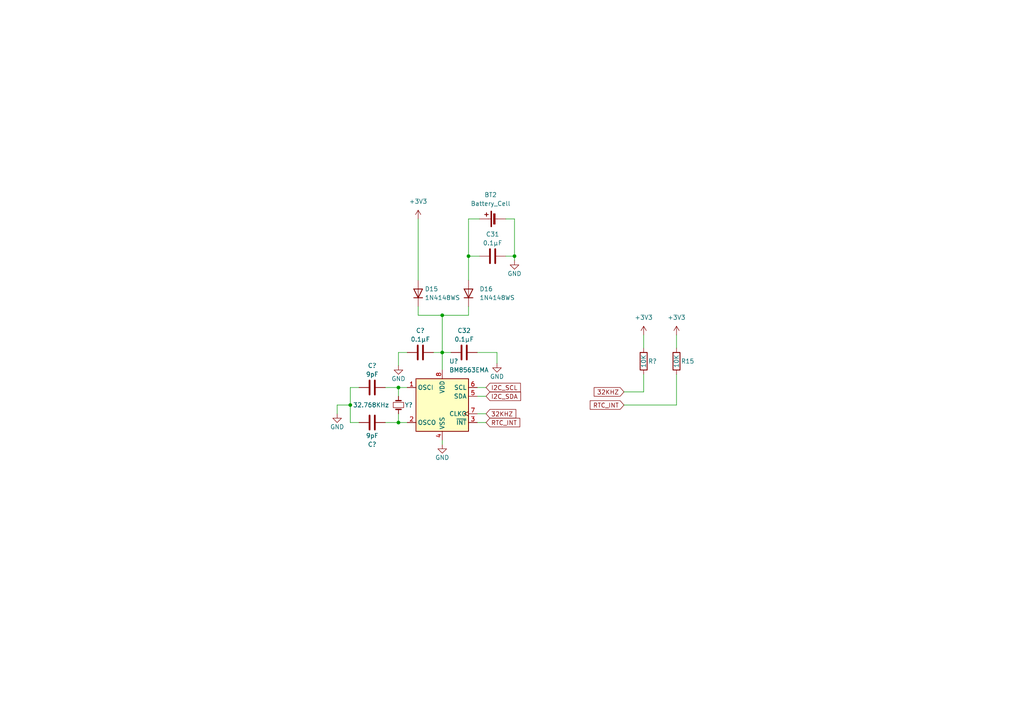
<source format=kicad_sch>
(kicad_sch (version 20230121) (generator eeschema)

  (uuid 9c9b9bcf-55c2-4f24-974f-d66c7d619c9f)

  (paper "A4")

  (title_block
    (title "ChronoVolt_Control")
    (date "2023-10-08")
    (rev "0.3")
    (company "Final Resolution")
  )

  (lib_symbols
    (symbol "Device:Battery_Cell" (pin_numbers hide) (pin_names (offset 0) hide) (in_bom yes) (on_board yes)
      (property "Reference" "BT" (at 2.54 2.54 0)
        (effects (font (size 1.27 1.27)) (justify left))
      )
      (property "Value" "Battery_Cell" (at 2.54 0 0)
        (effects (font (size 1.27 1.27)) (justify left))
      )
      (property "Footprint" "" (at 0 1.524 90)
        (effects (font (size 1.27 1.27)) hide)
      )
      (property "Datasheet" "~" (at 0 1.524 90)
        (effects (font (size 1.27 1.27)) hide)
      )
      (property "ki_keywords" "battery cell" (at 0 0 0)
        (effects (font (size 1.27 1.27)) hide)
      )
      (property "ki_description" "Single-cell battery" (at 0 0 0)
        (effects (font (size 1.27 1.27)) hide)
      )
      (symbol "Battery_Cell_0_1"
        (rectangle (start -2.286 1.778) (end 2.286 1.524)
          (stroke (width 0) (type default))
          (fill (type outline))
        )
        (rectangle (start -1.524 1.016) (end 1.524 0.508)
          (stroke (width 0) (type default))
          (fill (type outline))
        )
        (polyline
          (pts
            (xy 0 0.762)
            (xy 0 0)
          )
          (stroke (width 0) (type default))
          (fill (type none))
        )
        (polyline
          (pts
            (xy 0 1.778)
            (xy 0 2.54)
          )
          (stroke (width 0) (type default))
          (fill (type none))
        )
        (polyline
          (pts
            (xy 0.762 3.048)
            (xy 1.778 3.048)
          )
          (stroke (width 0.254) (type default))
          (fill (type none))
        )
        (polyline
          (pts
            (xy 1.27 3.556)
            (xy 1.27 2.54)
          )
          (stroke (width 0.254) (type default))
          (fill (type none))
        )
      )
      (symbol "Battery_Cell_1_1"
        (pin passive line (at 0 5.08 270) (length 2.54)
          (name "+" (effects (font (size 1.27 1.27))))
          (number "1" (effects (font (size 1.27 1.27))))
        )
        (pin passive line (at 0 -2.54 90) (length 2.54)
          (name "-" (effects (font (size 1.27 1.27))))
          (number "2" (effects (font (size 1.27 1.27))))
        )
      )
    )
    (symbol "Device:C" (pin_numbers hide) (pin_names (offset 0.254)) (in_bom yes) (on_board yes)
      (property "Reference" "C" (at 0.635 2.54 0)
        (effects (font (size 1.27 1.27)) (justify left))
      )
      (property "Value" "C" (at 0.635 -2.54 0)
        (effects (font (size 1.27 1.27)) (justify left))
      )
      (property "Footprint" "" (at 0.9652 -3.81 0)
        (effects (font (size 1.27 1.27)) hide)
      )
      (property "Datasheet" "~" (at 0 0 0)
        (effects (font (size 1.27 1.27)) hide)
      )
      (property "ki_keywords" "cap capacitor" (at 0 0 0)
        (effects (font (size 1.27 1.27)) hide)
      )
      (property "ki_description" "Unpolarized capacitor" (at 0 0 0)
        (effects (font (size 1.27 1.27)) hide)
      )
      (property "ki_fp_filters" "C_*" (at 0 0 0)
        (effects (font (size 1.27 1.27)) hide)
      )
      (symbol "C_0_1"
        (polyline
          (pts
            (xy -2.032 -0.762)
            (xy 2.032 -0.762)
          )
          (stroke (width 0.508) (type default))
          (fill (type none))
        )
        (polyline
          (pts
            (xy -2.032 0.762)
            (xy 2.032 0.762)
          )
          (stroke (width 0.508) (type default))
          (fill (type none))
        )
      )
      (symbol "C_1_1"
        (pin passive line (at 0 3.81 270) (length 2.794)
          (name "~" (effects (font (size 1.27 1.27))))
          (number "1" (effects (font (size 1.27 1.27))))
        )
        (pin passive line (at 0 -3.81 90) (length 2.794)
          (name "~" (effects (font (size 1.27 1.27))))
          (number "2" (effects (font (size 1.27 1.27))))
        )
      )
    )
    (symbol "Device:Crystal_Small" (pin_numbers hide) (pin_names (offset 1.016) hide) (in_bom yes) (on_board yes)
      (property "Reference" "Y" (at 0 2.54 0)
        (effects (font (size 1.27 1.27)))
      )
      (property "Value" "Crystal_Small" (at 0 -2.54 0)
        (effects (font (size 1.27 1.27)))
      )
      (property "Footprint" "" (at 0 0 0)
        (effects (font (size 1.27 1.27)) hide)
      )
      (property "Datasheet" "~" (at 0 0 0)
        (effects (font (size 1.27 1.27)) hide)
      )
      (property "ki_keywords" "quartz ceramic resonator oscillator" (at 0 0 0)
        (effects (font (size 1.27 1.27)) hide)
      )
      (property "ki_description" "Two pin crystal, small symbol" (at 0 0 0)
        (effects (font (size 1.27 1.27)) hide)
      )
      (property "ki_fp_filters" "Crystal*" (at 0 0 0)
        (effects (font (size 1.27 1.27)) hide)
      )
      (symbol "Crystal_Small_0_1"
        (rectangle (start -0.762 -1.524) (end 0.762 1.524)
          (stroke (width 0) (type default))
          (fill (type none))
        )
        (polyline
          (pts
            (xy -1.27 -0.762)
            (xy -1.27 0.762)
          )
          (stroke (width 0.381) (type default))
          (fill (type none))
        )
        (polyline
          (pts
            (xy 1.27 -0.762)
            (xy 1.27 0.762)
          )
          (stroke (width 0.381) (type default))
          (fill (type none))
        )
      )
      (symbol "Crystal_Small_1_1"
        (pin passive line (at -2.54 0 0) (length 1.27)
          (name "1" (effects (font (size 1.27 1.27))))
          (number "1" (effects (font (size 1.27 1.27))))
        )
        (pin passive line (at 2.54 0 180) (length 1.27)
          (name "2" (effects (font (size 1.27 1.27))))
          (number "2" (effects (font (size 1.27 1.27))))
        )
      )
    )
    (symbol "Device:R" (pin_numbers hide) (pin_names (offset 0)) (in_bom yes) (on_board yes)
      (property "Reference" "R" (at 2.032 0 90)
        (effects (font (size 1.27 1.27)))
      )
      (property "Value" "R" (at 0 0 90)
        (effects (font (size 1.27 1.27)))
      )
      (property "Footprint" "" (at -1.778 0 90)
        (effects (font (size 1.27 1.27)) hide)
      )
      (property "Datasheet" "~" (at 0 0 0)
        (effects (font (size 1.27 1.27)) hide)
      )
      (property "ki_keywords" "R res resistor" (at 0 0 0)
        (effects (font (size 1.27 1.27)) hide)
      )
      (property "ki_description" "Resistor" (at 0 0 0)
        (effects (font (size 1.27 1.27)) hide)
      )
      (property "ki_fp_filters" "R_*" (at 0 0 0)
        (effects (font (size 1.27 1.27)) hide)
      )
      (symbol "R_0_1"
        (rectangle (start -1.016 -2.54) (end 1.016 2.54)
          (stroke (width 0.254) (type default))
          (fill (type none))
        )
      )
      (symbol "R_1_1"
        (pin passive line (at 0 3.81 270) (length 1.27)
          (name "~" (effects (font (size 1.27 1.27))))
          (number "1" (effects (font (size 1.27 1.27))))
        )
        (pin passive line (at 0 -3.81 90) (length 1.27)
          (name "~" (effects (font (size 1.27 1.27))))
          (number "2" (effects (font (size 1.27 1.27))))
        )
      )
    )
    (symbol "Diode:1N4148WS" (pin_numbers hide) (pin_names hide) (in_bom yes) (on_board yes)
      (property "Reference" "D" (at 0 2.54 0)
        (effects (font (size 1.27 1.27)))
      )
      (property "Value" "1N4148WS" (at 0 -2.54 0)
        (effects (font (size 1.27 1.27)))
      )
      (property "Footprint" "Diode_SMD:D_SOD-323" (at 0 -4.445 0)
        (effects (font (size 1.27 1.27)) hide)
      )
      (property "Datasheet" "https://www.vishay.com/docs/85751/1n4148ws.pdf" (at 0 0 0)
        (effects (font (size 1.27 1.27)) hide)
      )
      (property "Sim.Device" "D" (at 0 0 0)
        (effects (font (size 1.27 1.27)) hide)
      )
      (property "Sim.Pins" "1=K 2=A" (at 0 0 0)
        (effects (font (size 1.27 1.27)) hide)
      )
      (property "ki_keywords" "diode" (at 0 0 0)
        (effects (font (size 1.27 1.27)) hide)
      )
      (property "ki_description" "75V 0.15A Fast switching Diode, SOD-323" (at 0 0 0)
        (effects (font (size 1.27 1.27)) hide)
      )
      (property "ki_fp_filters" "D*SOD?323*" (at 0 0 0)
        (effects (font (size 1.27 1.27)) hide)
      )
      (symbol "1N4148WS_0_1"
        (polyline
          (pts
            (xy -1.27 1.27)
            (xy -1.27 -1.27)
          )
          (stroke (width 0.254) (type default))
          (fill (type none))
        )
        (polyline
          (pts
            (xy 1.27 0)
            (xy -1.27 0)
          )
          (stroke (width 0) (type default))
          (fill (type none))
        )
        (polyline
          (pts
            (xy 1.27 1.27)
            (xy 1.27 -1.27)
            (xy -1.27 0)
            (xy 1.27 1.27)
          )
          (stroke (width 0.254) (type default))
          (fill (type none))
        )
      )
      (symbol "1N4148WS_1_1"
        (pin passive line (at -3.81 0 0) (length 2.54)
          (name "K" (effects (font (size 1.27 1.27))))
          (number "1" (effects (font (size 1.27 1.27))))
        )
        (pin passive line (at 3.81 0 180) (length 2.54)
          (name "A" (effects (font (size 1.27 1.27))))
          (number "2" (effects (font (size 1.27 1.27))))
        )
      )
    )
    (symbol "Timer_RTC:PCF8563T" (in_bom yes) (on_board yes)
      (property "Reference" "U" (at -7.62 8.89 0)
        (effects (font (size 1.27 1.27)) (justify left))
      )
      (property "Value" "PCF8563T" (at 2.54 8.89 0)
        (effects (font (size 1.27 1.27)) (justify left))
      )
      (property "Footprint" "Package_SO:SOIC-8_3.9x4.9mm_P1.27mm" (at 0 0 0)
        (effects (font (size 1.27 1.27)) hide)
      )
      (property "Datasheet" "https://www.nxp.com/docs/en/data-sheet/PCF8563.pdf" (at 0 0 0)
        (effects (font (size 1.27 1.27)) hide)
      )
      (property "ki_keywords" "I2C RTC Clock Calendar" (at 0 0 0)
        (effects (font (size 1.27 1.27)) hide)
      )
      (property "ki_description" "Realtime Clock/Calendar I2C Interface, SOIC-8" (at 0 0 0)
        (effects (font (size 1.27 1.27)) hide)
      )
      (property "ki_fp_filters" "SOIC*3.9x4.9mm*P1.27mm*" (at 0 0 0)
        (effects (font (size 1.27 1.27)) hide)
      )
      (symbol "PCF8563T_0_1"
        (rectangle (start -7.62 7.62) (end 7.62 -7.62)
          (stroke (width 0.254) (type default))
          (fill (type background))
        )
      )
      (symbol "PCF8563T_1_1"
        (pin input line (at -10.16 5.08 0) (length 2.54)
          (name "OSCI" (effects (font (size 1.27 1.27))))
          (number "1" (effects (font (size 1.27 1.27))))
        )
        (pin output line (at -10.16 -5.08 0) (length 2.54)
          (name "OSCO" (effects (font (size 1.27 1.27))))
          (number "2" (effects (font (size 1.27 1.27))))
        )
        (pin output line (at 10.16 -5.08 180) (length 2.54)
          (name "~{INT}" (effects (font (size 1.27 1.27))))
          (number "3" (effects (font (size 1.27 1.27))))
        )
        (pin power_in line (at 0 -10.16 90) (length 2.54)
          (name "VSS" (effects (font (size 1.27 1.27))))
          (number "4" (effects (font (size 1.27 1.27))))
        )
        (pin bidirectional line (at 10.16 2.54 180) (length 2.54)
          (name "SDA" (effects (font (size 1.27 1.27))))
          (number "5" (effects (font (size 1.27 1.27))))
        )
        (pin input line (at 10.16 5.08 180) (length 2.54)
          (name "SCL" (effects (font (size 1.27 1.27))))
          (number "6" (effects (font (size 1.27 1.27))))
        )
        (pin output clock (at 10.16 -2.54 180) (length 2.54)
          (name "CLKO" (effects (font (size 1.27 1.27))))
          (number "7" (effects (font (size 1.27 1.27))))
        )
        (pin power_in line (at 0 10.16 270) (length 2.54)
          (name "VDD" (effects (font (size 1.27 1.27))))
          (number "8" (effects (font (size 1.27 1.27))))
        )
      )
    )
    (symbol "power:+3V3" (power) (pin_names (offset 0)) (in_bom yes) (on_board yes)
      (property "Reference" "#PWR" (at 0 -3.81 0)
        (effects (font (size 1.27 1.27)) hide)
      )
      (property "Value" "+3V3" (at 0 3.556 0)
        (effects (font (size 1.27 1.27)))
      )
      (property "Footprint" "" (at 0 0 0)
        (effects (font (size 1.27 1.27)) hide)
      )
      (property "Datasheet" "" (at 0 0 0)
        (effects (font (size 1.27 1.27)) hide)
      )
      (property "ki_keywords" "global power" (at 0 0 0)
        (effects (font (size 1.27 1.27)) hide)
      )
      (property "ki_description" "Power symbol creates a global label with name \"+3V3\"" (at 0 0 0)
        (effects (font (size 1.27 1.27)) hide)
      )
      (symbol "+3V3_0_1"
        (polyline
          (pts
            (xy -0.762 1.27)
            (xy 0 2.54)
          )
          (stroke (width 0) (type default))
          (fill (type none))
        )
        (polyline
          (pts
            (xy 0 0)
            (xy 0 2.54)
          )
          (stroke (width 0) (type default))
          (fill (type none))
        )
        (polyline
          (pts
            (xy 0 2.54)
            (xy 0.762 1.27)
          )
          (stroke (width 0) (type default))
          (fill (type none))
        )
      )
      (symbol "+3V3_1_1"
        (pin power_in line (at 0 0 90) (length 0) hide
          (name "+3V3" (effects (font (size 1.27 1.27))))
          (number "1" (effects (font (size 1.27 1.27))))
        )
      )
    )
    (symbol "power:GND" (power) (pin_names (offset 0)) (in_bom yes) (on_board yes)
      (property "Reference" "#PWR" (at 0 -6.35 0)
        (effects (font (size 1.27 1.27)) hide)
      )
      (property "Value" "GND" (at 0 -3.81 0)
        (effects (font (size 1.27 1.27)))
      )
      (property "Footprint" "" (at 0 0 0)
        (effects (font (size 1.27 1.27)) hide)
      )
      (property "Datasheet" "" (at 0 0 0)
        (effects (font (size 1.27 1.27)) hide)
      )
      (property "ki_keywords" "global power" (at 0 0 0)
        (effects (font (size 1.27 1.27)) hide)
      )
      (property "ki_description" "Power symbol creates a global label with name \"GND\" , ground" (at 0 0 0)
        (effects (font (size 1.27 1.27)) hide)
      )
      (symbol "GND_0_1"
        (polyline
          (pts
            (xy 0 0)
            (xy 0 -1.27)
            (xy 1.27 -1.27)
            (xy 0 -2.54)
            (xy -1.27 -1.27)
            (xy 0 -1.27)
          )
          (stroke (width 0) (type default))
          (fill (type none))
        )
      )
      (symbol "GND_1_1"
        (pin power_in line (at 0 0 270) (length 0) hide
          (name "GND" (effects (font (size 1.27 1.27))))
          (number "1" (effects (font (size 1.27 1.27))))
        )
      )
    )
  )

  (junction (at 128.27 102.235) (diameter 0) (color 0 0 0 0)
    (uuid 548af9ec-483f-4d53-b4d3-795d9aa2e806)
  )
  (junction (at 149.225 74.295) (diameter 0) (color 0 0 0 0)
    (uuid 57fa0b64-89d8-44ea-987a-1f10de7ceb39)
  )
  (junction (at 115.57 112.395) (diameter 0) (color 0 0 0 0)
    (uuid 6b7a3d82-16e5-40a3-9b95-6d07eaafef92)
  )
  (junction (at 101.6 117.475) (diameter 0) (color 0 0 0 0)
    (uuid 7088b51d-00c4-4a58-80fc-c44d256bab3d)
  )
  (junction (at 128.27 91.44) (diameter 0) (color 0 0 0 0)
    (uuid 80484dbc-3e96-4b85-b242-6386350c7775)
  )
  (junction (at 115.57 122.555) (diameter 0) (color 0 0 0 0)
    (uuid b2fa1e10-4db4-48c9-acad-6a0d1db02bb0)
  )
  (junction (at 135.89 74.295) (diameter 0) (color 0 0 0 0)
    (uuid dad4a9ed-42b9-4dde-99b6-4f2ee2978307)
  )

  (wire (pts (xy 121.285 63.5) (xy 121.285 81.28))
    (stroke (width 0) (type default))
    (uuid 014df1ef-b6eb-4a1e-a550-2d7b5a849b49)
  )
  (wire (pts (xy 118.11 102.235) (xy 115.57 102.235))
    (stroke (width 0) (type default))
    (uuid 051f5c76-f241-47ca-bee6-443f0100d30c)
  )
  (wire (pts (xy 140.97 114.935) (xy 138.43 114.935))
    (stroke (width 0) (type default))
    (uuid 068f273f-f204-4b5f-a716-1d6347813644)
  )
  (wire (pts (xy 125.73 102.235) (xy 128.27 102.235))
    (stroke (width 0) (type default))
    (uuid 0992778b-83a8-49bc-99b6-a9e6c6f46cce)
  )
  (wire (pts (xy 115.57 112.395) (xy 118.11 112.395))
    (stroke (width 0) (type default))
    (uuid 1f29e59f-1a22-4b49-abdd-5c283f488331)
  )
  (wire (pts (xy 186.69 97.155) (xy 186.69 100.965))
    (stroke (width 0) (type default))
    (uuid 2c11ca3b-7133-4b51-a5ed-e546342c396a)
  )
  (wire (pts (xy 149.225 74.295) (xy 149.225 75.565))
    (stroke (width 0) (type default))
    (uuid 458be6dc-a54d-4b9e-a4cd-ff57f8185f29)
  )
  (wire (pts (xy 135.89 74.295) (xy 135.89 81.28))
    (stroke (width 0) (type default))
    (uuid 47359d7a-4922-4603-aef2-d09068e021ba)
  )
  (wire (pts (xy 128.27 102.235) (xy 128.27 107.315))
    (stroke (width 0) (type default))
    (uuid 47ae7561-86fd-468f-a19f-60cc0d174368)
  )
  (wire (pts (xy 128.27 91.44) (xy 135.89 91.44))
    (stroke (width 0) (type default))
    (uuid 4f0ca057-9022-4f87-b8c8-a3889395533b)
  )
  (wire (pts (xy 115.57 120.015) (xy 115.57 122.555))
    (stroke (width 0) (type default))
    (uuid 51b8dd90-c91c-474e-923f-42fa60924795)
  )
  (wire (pts (xy 101.6 112.395) (xy 101.6 117.475))
    (stroke (width 0) (type default))
    (uuid 561afb23-dab6-4769-bb94-e5ac15f4c253)
  )
  (wire (pts (xy 101.6 117.475) (xy 101.6 122.555))
    (stroke (width 0) (type default))
    (uuid 57267c81-2e8d-4b00-83e3-449d9fb4fd1b)
  )
  (wire (pts (xy 180.975 113.665) (xy 186.69 113.665))
    (stroke (width 0) (type default))
    (uuid 5819e610-e82d-4f03-a68e-5d95e366a415)
  )
  (wire (pts (xy 149.225 63.5) (xy 149.225 74.295))
    (stroke (width 0) (type default))
    (uuid 5b925a6d-4911-4665-9cd9-9f78932f9e9b)
  )
  (wire (pts (xy 196.215 97.155) (xy 196.215 100.965))
    (stroke (width 0) (type default))
    (uuid 611f3fb6-538f-4f72-8876-def1524d1e6c)
  )
  (wire (pts (xy 196.215 117.475) (xy 196.215 108.585))
    (stroke (width 0) (type default))
    (uuid 66a72d12-86cf-4526-892f-f7ca5bb8365b)
  )
  (wire (pts (xy 140.97 112.395) (xy 138.43 112.395))
    (stroke (width 0) (type default))
    (uuid 6dd6bcb6-0fe8-47b3-9062-5924fc5a0b35)
  )
  (wire (pts (xy 140.97 120.015) (xy 138.43 120.015))
    (stroke (width 0) (type default))
    (uuid 6e196c1f-5fb2-413b-8360-cb5b5f6ec82e)
  )
  (wire (pts (xy 115.57 122.555) (xy 118.11 122.555))
    (stroke (width 0) (type default))
    (uuid 755ecdc0-f81a-4e85-bf6e-38d4beb2d726)
  )
  (wire (pts (xy 128.27 102.235) (xy 130.81 102.235))
    (stroke (width 0) (type default))
    (uuid 802f4a3d-c75e-4fe6-8665-1c3792d1cfab)
  )
  (wire (pts (xy 186.69 113.665) (xy 186.69 108.585))
    (stroke (width 0) (type default))
    (uuid 8282126a-b038-4f3d-9016-9514f0a78941)
  )
  (wire (pts (xy 138.43 102.235) (xy 144.145 102.235))
    (stroke (width 0) (type default))
    (uuid 876185bc-eb98-4f38-ab80-6730f07dcbb7)
  )
  (wire (pts (xy 128.27 91.44) (xy 128.27 102.235))
    (stroke (width 0) (type default))
    (uuid 87fae1f6-0bf7-4ba2-808f-3e0ae4491170)
  )
  (wire (pts (xy 146.685 74.295) (xy 149.225 74.295))
    (stroke (width 0) (type default))
    (uuid 898b4170-8bbc-4381-87b1-812f20a80429)
  )
  (wire (pts (xy 104.14 112.395) (xy 101.6 112.395))
    (stroke (width 0) (type default))
    (uuid 9d43a995-af52-4b7e-9893-5dc6c0ba3088)
  )
  (wire (pts (xy 144.145 102.235) (xy 144.145 105.41))
    (stroke (width 0) (type default))
    (uuid a8cd812c-6687-4f28-b0b7-f6e6c9e9acb0)
  )
  (wire (pts (xy 180.975 117.475) (xy 196.215 117.475))
    (stroke (width 0) (type default))
    (uuid b0708d96-856b-47a5-908e-6cab166092d2)
  )
  (wire (pts (xy 135.89 91.44) (xy 135.89 88.9))
    (stroke (width 0) (type default))
    (uuid b9922b2d-3e36-4250-9312-2149294734b8)
  )
  (wire (pts (xy 101.6 122.555) (xy 104.14 122.555))
    (stroke (width 0) (type default))
    (uuid bb3ada41-c26f-4236-b74e-16450f55c575)
  )
  (wire (pts (xy 135.89 63.5) (xy 139.065 63.5))
    (stroke (width 0) (type default))
    (uuid bcc976f0-355b-46b1-a51e-bffab7b6a58d)
  )
  (wire (pts (xy 97.79 120.015) (xy 97.79 117.475))
    (stroke (width 0) (type default))
    (uuid bd5a8c85-6d52-42bc-bc7b-2bb02678a784)
  )
  (wire (pts (xy 138.43 122.555) (xy 140.97 122.555))
    (stroke (width 0) (type default))
    (uuid bf5556dd-71c1-4c70-84b4-4a393174727e)
  )
  (wire (pts (xy 111.76 122.555) (xy 115.57 122.555))
    (stroke (width 0) (type default))
    (uuid c59e7ddd-f935-4d37-8074-46ec6763164c)
  )
  (wire (pts (xy 135.89 74.295) (xy 139.065 74.295))
    (stroke (width 0) (type default))
    (uuid cb46e95c-5e1d-4fcc-829a-5004aba3c0ea)
  )
  (wire (pts (xy 115.57 114.935) (xy 115.57 112.395))
    (stroke (width 0) (type default))
    (uuid d0be975c-a0ac-40d0-a613-42a63bdc4ff1)
  )
  (wire (pts (xy 121.285 88.9) (xy 121.285 91.44))
    (stroke (width 0) (type default))
    (uuid df754706-1276-49a0-87bf-84547a63a44f)
  )
  (wire (pts (xy 115.57 102.235) (xy 115.57 106.045))
    (stroke (width 0) (type default))
    (uuid e241374c-2571-428a-80f8-f260b49e2db9)
  )
  (wire (pts (xy 128.27 128.905) (xy 128.27 127.635))
    (stroke (width 0) (type default))
    (uuid e94e9079-3afa-4b54-a3a8-dce32d243a55)
  )
  (wire (pts (xy 135.89 63.5) (xy 135.89 74.295))
    (stroke (width 0) (type default))
    (uuid ee06d0c0-4c57-401a-a38b-6779c718d1b9)
  )
  (wire (pts (xy 121.285 91.44) (xy 128.27 91.44))
    (stroke (width 0) (type default))
    (uuid ef16b6f0-e09a-43c9-bfc4-a29142a66284)
  )
  (wire (pts (xy 97.79 117.475) (xy 101.6 117.475))
    (stroke (width 0) (type default))
    (uuid f522d0f5-4636-48f5-9801-5263d2fbe97f)
  )
  (wire (pts (xy 111.76 112.395) (xy 115.57 112.395))
    (stroke (width 0) (type default))
    (uuid f5af7ec7-8424-45d3-83a8-153babad3224)
  )
  (wire (pts (xy 146.685 63.5) (xy 149.225 63.5))
    (stroke (width 0) (type default))
    (uuid f799ada6-5d72-45b5-8e7e-d9e762a51d66)
  )

  (global_label "I2C_SDA" (shape input) (at 140.97 114.935 0) (fields_autoplaced)
    (effects (font (size 1.27 1.27)) (justify left))
    (uuid 4891653e-036a-4b6f-a11c-50d733bae4df)
    (property "Intersheetrefs" "${INTERSHEET_REFS}" (at 151.0031 114.8556 0)
      (effects (font (size 1.27 1.27)) (justify left))
    )
  )
  (global_label "32KHZ" (shape input) (at 140.97 120.015 0) (fields_autoplaced)
    (effects (font (size 1.27 1.27)) (justify left))
    (uuid 57e99912-2e5b-45af-b0fa-1fce27a89c01)
    (property "Intersheetrefs" "${INTERSHEET_REFS}" (at 149.6121 119.9356 0)
      (effects (font (size 1.27 1.27)) (justify left))
    )
  )
  (global_label "RTC_INT" (shape input) (at 180.975 117.475 180) (fields_autoplaced)
    (effects (font (size 1.27 1.27)) (justify right))
    (uuid d195a504-c3bf-4842-aaea-c872069717eb)
    (property "Intersheetrefs" "${INTERSHEET_REFS}" (at 170.6117 117.475 0)
      (effects (font (size 1.27 1.27)) (justify right))
    )
  )
  (global_label "RTC_INT" (shape input) (at 140.97 122.555 0) (fields_autoplaced)
    (effects (font (size 1.27 1.27)) (justify left))
    (uuid df631c94-286e-4e2f-974d-d0740ba73291)
    (property "Intersheetrefs" "${INTERSHEET_REFS}" (at 150.7612 122.4756 0)
      (effects (font (size 1.27 1.27)) (justify left))
    )
  )
  (global_label "32KHZ" (shape input) (at 180.975 113.665 180) (fields_autoplaced)
    (effects (font (size 1.27 1.27)) (justify right))
    (uuid f0d5c781-24ae-4970-b9d1-666b227f388a)
    (property "Intersheetrefs" "${INTERSHEET_REFS}" (at 171.7608 113.665 0)
      (effects (font (size 1.27 1.27)) (justify right))
    )
  )
  (global_label "I2C_SCL" (shape input) (at 140.97 112.395 0) (fields_autoplaced)
    (effects (font (size 1.27 1.27)) (justify left))
    (uuid fc400830-b1c4-4db4-b7bd-14a6923f4c29)
    (property "Intersheetrefs" "${INTERSHEET_REFS}" (at 150.9426 112.3156 0)
      (effects (font (size 1.27 1.27)) (justify left))
    )
  )

  (symbol (lib_id "power:GND") (at 97.79 120.015 0) (unit 1)
    (in_bom yes) (on_board yes) (dnp no)
    (uuid 11ed83ed-e11c-44de-8b64-0e1cd24a4c62)
    (property "Reference" "#PWR?" (at 97.79 126.365 0)
      (effects (font (size 1.27 1.27)) hide)
    )
    (property "Value" "GND" (at 97.79 123.825 0)
      (effects (font (size 1.27 1.27)))
    )
    (property "Footprint" "" (at 97.79 120.015 0)
      (effects (font (size 1.27 1.27)) hide)
    )
    (property "Datasheet" "" (at 97.79 120.015 0)
      (effects (font (size 1.27 1.27)) hide)
    )
    (pin "1" (uuid 4181a12a-98e8-4cba-a56e-4856e59c7a81))
    (instances
      (project "Final_WatchMe_RevA"
        (path "/144a9aa9-dd6d-4047-bc8c-4c0fde6143eb/4a84dbb0-cb4f-43c3-872d-0e95d3a83f86"
          (reference "#PWR?") (unit 1)
        )
      )
      (project "ChronoVolt_Control"
        (path "/cceb3d39-99f1-4cc7-aa1d-f414cbebc8ea/fe95f184-f8c0-49a3-9a0b-ae7318652a9d"
          (reference "#PWR038") (unit 1)
        )
      )
    )
  )

  (symbol (lib_id "Timer_RTC:PCF8563T") (at 128.27 117.475 0) (unit 1)
    (in_bom yes) (on_board yes) (dnp no) (fields_autoplaced)
    (uuid 15f6cf55-e49b-4723-a68a-0478f00e1574)
    (property "Reference" "U?" (at 130.2894 104.775 0)
      (effects (font (size 1.27 1.27)) (justify left))
    )
    (property "Value" "BM8563EMA" (at 130.2894 107.315 0)
      (effects (font (size 1.27 1.27)) (justify left))
    )
    (property "Footprint" "Package_SO:SOIC-8_3.9x4.9mm_P1.27mm" (at 128.27 117.475 0)
      (effects (font (size 1.27 1.27)) hide)
    )
    (property "Datasheet" "https://www.nxp.com/docs/en/data-sheet/PCF8563.pdf" (at 128.27 117.475 0)
      (effects (font (size 1.27 1.27)) hide)
    )
    (pin "1" (uuid 8c9372ac-820a-4a38-aba6-c53c0dc3e6ba))
    (pin "2" (uuid 681d50b1-5a8d-461e-8477-1058af5e003e))
    (pin "3" (uuid cc2a5bb4-6077-47b7-8d2f-cf2e133d9440))
    (pin "4" (uuid 4974216b-6801-407d-bb98-468ff21ec176))
    (pin "5" (uuid 875a4b5c-2bfc-4773-bbcf-6c1bfaff9578))
    (pin "6" (uuid 9c7aa3b2-9b01-408c-9ea7-f561cccb7ef6))
    (pin "7" (uuid aad425a0-b8a0-45d3-8f31-a3e0cd123e83))
    (pin "8" (uuid e76f596b-d548-4891-8758-64bd2058e9f3))
    (instances
      (project "Final_WatchMe_RevA"
        (path "/144a9aa9-dd6d-4047-bc8c-4c0fde6143eb/4a84dbb0-cb4f-43c3-872d-0e95d3a83f86"
          (reference "U?") (unit 1)
        )
      )
      (project "ChronoVolt_Control"
        (path "/cceb3d39-99f1-4cc7-aa1d-f414cbebc8ea/fe95f184-f8c0-49a3-9a0b-ae7318652a9d"
          (reference "U5") (unit 1)
        )
      )
    )
  )

  (symbol (lib_id "Device:R") (at 196.215 104.775 0) (unit 1)
    (in_bom yes) (on_board yes) (dnp no)
    (uuid 2ecd7c52-f04f-4226-9c2d-d5528817681d)
    (property "Reference" "R15" (at 197.485 104.775 0)
      (effects (font (size 1.27 1.27)) (justify left))
    )
    (property "Value" "10K" (at 196.215 104.775 90)
      (effects (font (size 1.27 1.27)))
    )
    (property "Footprint" "Resistor_SMD:R_0603_1608Metric" (at 194.437 104.775 90)
      (effects (font (size 1.27 1.27)) hide)
    )
    (property "Datasheet" "~" (at 196.215 104.775 0)
      (effects (font (size 1.27 1.27)) hide)
    )
    (pin "1" (uuid 6dab8975-e677-4cf0-ba5e-15ba3ff61157))
    (pin "2" (uuid dffa1ee7-98a9-446a-bc12-1d27b865db04))
    (instances
      (project "ChronoVolt_Control"
        (path "/cceb3d39-99f1-4cc7-aa1d-f414cbebc8ea/fe95f184-f8c0-49a3-9a0b-ae7318652a9d"
          (reference "R15") (unit 1)
        )
      )
    )
  )

  (symbol (lib_id "Device:C") (at 121.92 102.235 90) (unit 1)
    (in_bom yes) (on_board yes) (dnp no)
    (uuid 3e1da971-efef-4f9a-8e79-239a2e52496b)
    (property "Reference" "C?" (at 121.92 95.885 90)
      (effects (font (size 1.27 1.27)))
    )
    (property "Value" "0.1μF" (at 121.92 98.425 90)
      (effects (font (size 1.27 1.27)))
    )
    (property "Footprint" "Capacitor_SMD:C_0603_1608Metric" (at 125.73 101.2698 0)
      (effects (font (size 1.27 1.27)) hide)
    )
    (property "Datasheet" "~" (at 121.92 102.235 0)
      (effects (font (size 1.27 1.27)) hide)
    )
    (pin "1" (uuid fd2f3471-f388-4dfd-b339-1c0b7d168559))
    (pin "2" (uuid d688f832-0bfb-4192-821e-33365080d23d))
    (instances
      (project "Final_WatchMe_RevA"
        (path "/144a9aa9-dd6d-4047-bc8c-4c0fde6143eb/4a84dbb0-cb4f-43c3-872d-0e95d3a83f86"
          (reference "C?") (unit 1)
        )
      )
      (project "ChronoVolt_Control"
        (path "/cceb3d39-99f1-4cc7-aa1d-f414cbebc8ea/fe95f184-f8c0-49a3-9a0b-ae7318652a9d"
          (reference "C15") (unit 1)
        )
      )
    )
  )

  (symbol (lib_id "Device:Battery_Cell") (at 144.145 63.5 90) (unit 1)
    (in_bom yes) (on_board yes) (dnp no) (fields_autoplaced)
    (uuid 46561be2-4234-4196-852b-2f35d8bea308)
    (property "Reference" "BT2" (at 142.3035 56.515 90)
      (effects (font (size 1.27 1.27)))
    )
    (property "Value" "Battery_Cell" (at 142.3035 59.055 90)
      (effects (font (size 1.27 1.27)))
    )
    (property "Footprint" "ChronoVolt_Lib:BS-1220-2" (at 142.621 63.5 90)
      (effects (font (size 1.27 1.27)) hide)
    )
    (property "Datasheet" "~" (at 142.621 63.5 90)
      (effects (font (size 1.27 1.27)) hide)
    )
    (pin "1" (uuid 641cb634-cb47-409d-8fda-0313238af5df))
    (pin "2" (uuid f27fbcb3-3e22-444b-b453-88492ab7b032))
    (instances
      (project "ChronoVolt_Control"
        (path "/cceb3d39-99f1-4cc7-aa1d-f414cbebc8ea/fe95f184-f8c0-49a3-9a0b-ae7318652a9d"
          (reference "BT2") (unit 1)
        )
      )
    )
  )

  (symbol (lib_id "power:GND") (at 128.27 128.905 0) (unit 1)
    (in_bom yes) (on_board yes) (dnp no)
    (uuid 755ef9f1-2828-4df9-9e2f-9b9c4735ff5e)
    (property "Reference" "#PWR?" (at 128.27 135.255 0)
      (effects (font (size 1.27 1.27)) hide)
    )
    (property "Value" "GND" (at 128.27 132.715 0)
      (effects (font (size 1.27 1.27)))
    )
    (property "Footprint" "" (at 128.27 128.905 0)
      (effects (font (size 1.27 1.27)) hide)
    )
    (property "Datasheet" "" (at 128.27 128.905 0)
      (effects (font (size 1.27 1.27)) hide)
    )
    (pin "1" (uuid b3b9fbad-0b38-4089-8914-3594b11e38be))
    (instances
      (project "Final_WatchMe_RevA"
        (path "/144a9aa9-dd6d-4047-bc8c-4c0fde6143eb/4a84dbb0-cb4f-43c3-872d-0e95d3a83f86"
          (reference "#PWR?") (unit 1)
        )
      )
      (project "ChronoVolt_Control"
        (path "/cceb3d39-99f1-4cc7-aa1d-f414cbebc8ea/fe95f184-f8c0-49a3-9a0b-ae7318652a9d"
          (reference "#PWR040") (unit 1)
        )
      )
    )
  )

  (symbol (lib_id "Device:C") (at 142.875 74.295 90) (unit 1)
    (in_bom yes) (on_board no) (dnp no)
    (uuid 7c106a18-ed29-4284-8266-0964036ffdb3)
    (property "Reference" "C31" (at 142.875 67.945 90)
      (effects (font (size 1.27 1.27)))
    )
    (property "Value" "0.1μF" (at 142.875 70.485 90)
      (effects (font (size 1.27 1.27)))
    )
    (property "Footprint" "Capacitor_SMD:C_0603_1608Metric" (at 146.685 73.3298 0)
      (effects (font (size 1.27 1.27)) hide)
    )
    (property "Datasheet" "~" (at 142.875 74.295 0)
      (effects (font (size 1.27 1.27)) hide)
    )
    (pin "1" (uuid d84952e3-6077-41c7-9c33-72027db0e352))
    (pin "2" (uuid 825c28f7-bd9a-4a87-b807-1cef3cb13732))
    (instances
      (project "ChronoVolt_Control"
        (path "/cceb3d39-99f1-4cc7-aa1d-f414cbebc8ea/fe95f184-f8c0-49a3-9a0b-ae7318652a9d"
          (reference "C31") (unit 1)
        )
      )
    )
  )

  (symbol (lib_id "Device:C") (at 107.95 122.555 90) (unit 1)
    (in_bom yes) (on_board yes) (dnp no)
    (uuid 7d272d54-dbe5-436d-a4f2-c7fa3c882fc7)
    (property "Reference" "C?" (at 107.95 128.905 90)
      (effects (font (size 1.27 1.27)))
    )
    (property "Value" "9pF" (at 107.95 126.365 90)
      (effects (font (size 1.27 1.27)))
    )
    (property "Footprint" "Capacitor_SMD:C_0603_1608Metric" (at 111.76 121.5898 0)
      (effects (font (size 1.27 1.27)) hide)
    )
    (property "Datasheet" "~" (at 107.95 122.555 0)
      (effects (font (size 1.27 1.27)) hide)
    )
    (pin "1" (uuid 792aa365-53b4-483c-a5a1-e019dd22efb6))
    (pin "2" (uuid 1f38db15-d9e2-469d-b08e-bb70047b6484))
    (instances
      (project "Final_WatchMe_RevA"
        (path "/144a9aa9-dd6d-4047-bc8c-4c0fde6143eb/4a84dbb0-cb4f-43c3-872d-0e95d3a83f86"
          (reference "C?") (unit 1)
        )
      )
      (project "ChronoVolt_Control"
        (path "/cceb3d39-99f1-4cc7-aa1d-f414cbebc8ea/fe95f184-f8c0-49a3-9a0b-ae7318652a9d"
          (reference "C14") (unit 1)
        )
      )
    )
  )

  (symbol (lib_id "power:+3V3") (at 196.215 97.155 0) (unit 1)
    (in_bom yes) (on_board yes) (dnp no) (fields_autoplaced)
    (uuid 823bd046-febd-4766-bff2-5be18bea6ec3)
    (property "Reference" "#PWR041" (at 196.215 100.965 0)
      (effects (font (size 1.27 1.27)) hide)
    )
    (property "Value" "+3V3" (at 196.215 92.075 0)
      (effects (font (size 1.27 1.27)))
    )
    (property "Footprint" "" (at 196.215 97.155 0)
      (effects (font (size 1.27 1.27)) hide)
    )
    (property "Datasheet" "" (at 196.215 97.155 0)
      (effects (font (size 1.27 1.27)) hide)
    )
    (pin "1" (uuid a469f5dc-ab92-41b8-8088-6ed666f42ed5))
    (instances
      (project "ChronoVolt_Control"
        (path "/cceb3d39-99f1-4cc7-aa1d-f414cbebc8ea/fe95f184-f8c0-49a3-9a0b-ae7318652a9d"
          (reference "#PWR041") (unit 1)
        )
      )
    )
  )

  (symbol (lib_id "power:GND") (at 144.145 105.41 0) (unit 1)
    (in_bom yes) (on_board yes) (dnp no)
    (uuid 8b73d926-a4f9-4f23-9274-30ed6f7baa53)
    (property "Reference" "#PWR072" (at 144.145 111.76 0)
      (effects (font (size 1.27 1.27)) hide)
    )
    (property "Value" "GND" (at 144.145 109.22 0)
      (effects (font (size 1.27 1.27)))
    )
    (property "Footprint" "" (at 144.145 105.41 0)
      (effects (font (size 1.27 1.27)) hide)
    )
    (property "Datasheet" "" (at 144.145 105.41 0)
      (effects (font (size 1.27 1.27)) hide)
    )
    (pin "1" (uuid 8f286e0c-32b6-4b70-bd41-637e40771ce9))
    (instances
      (project "ChronoVolt_Control"
        (path "/cceb3d39-99f1-4cc7-aa1d-f414cbebc8ea/fe95f184-f8c0-49a3-9a0b-ae7318652a9d"
          (reference "#PWR072") (unit 1)
        )
      )
    )
  )

  (symbol (lib_id "Device:C") (at 134.62 102.235 90) (unit 1)
    (in_bom yes) (on_board yes) (dnp no)
    (uuid 8f00de2b-993d-4baf-9ddc-1975c5bb5e47)
    (property "Reference" "C32" (at 134.62 95.885 90)
      (effects (font (size 1.27 1.27)))
    )
    (property "Value" "0.1μF" (at 134.62 98.425 90)
      (effects (font (size 1.27 1.27)))
    )
    (property "Footprint" "Capacitor_SMD:C_0603_1608Metric" (at 138.43 101.2698 0)
      (effects (font (size 1.27 1.27)) hide)
    )
    (property "Datasheet" "~" (at 134.62 102.235 0)
      (effects (font (size 1.27 1.27)) hide)
    )
    (pin "1" (uuid ce3cee67-af98-429e-8222-198eb017a40d))
    (pin "2" (uuid 752188ab-cf5f-435e-a049-b7faead818a2))
    (instances
      (project "ChronoVolt_Control"
        (path "/cceb3d39-99f1-4cc7-aa1d-f414cbebc8ea/fe95f184-f8c0-49a3-9a0b-ae7318652a9d"
          (reference "C32") (unit 1)
        )
      )
    )
  )

  (symbol (lib_id "Device:Crystal_Small") (at 115.57 117.475 270) (unit 1)
    (in_bom yes) (on_board yes) (dnp no)
    (uuid 90af9e89-ad06-4816-be17-a08d9bfcb0e2)
    (property "Reference" "Y?" (at 117.348 117.475 90)
      (effects (font (size 1.27 1.27)) (justify left))
    )
    (property "Value" "32.768KHz" (at 102.362 117.475 90)
      (effects (font (size 1.27 1.27)) (justify left))
    )
    (property "Footprint" "Crystal:Crystal_SMD_3215-2Pin_3.2x1.5mm" (at 115.57 117.475 0)
      (effects (font (size 1.27 1.27)) hide)
    )
    (property "Datasheet" "~" (at 115.57 117.475 0)
      (effects (font (size 1.27 1.27)) hide)
    )
    (pin "1" (uuid afe26379-32b4-4242-9deb-db37dabe25a4))
    (pin "2" (uuid 9afd3a82-997c-4e80-a501-612f4a55d9ac))
    (instances
      (project "Final_WatchMe_RevA"
        (path "/144a9aa9-dd6d-4047-bc8c-4c0fde6143eb/4a84dbb0-cb4f-43c3-872d-0e95d3a83f86"
          (reference "Y?") (unit 1)
        )
      )
      (project "ChronoVolt_Control"
        (path "/cceb3d39-99f1-4cc7-aa1d-f414cbebc8ea/fe95f184-f8c0-49a3-9a0b-ae7318652a9d"
          (reference "Y1") (unit 1)
        )
      )
    )
  )

  (symbol (lib_id "power:GND") (at 149.225 75.565 0) (unit 1)
    (in_bom yes) (on_board yes) (dnp no)
    (uuid a778c407-7d54-49f8-9488-e4c0745add22)
    (property "Reference" "#PWR010" (at 149.225 81.915 0)
      (effects (font (size 1.27 1.27)) hide)
    )
    (property "Value" "GND" (at 149.225 79.375 0)
      (effects (font (size 1.27 1.27)))
    )
    (property "Footprint" "" (at 149.225 75.565 0)
      (effects (font (size 1.27 1.27)) hide)
    )
    (property "Datasheet" "" (at 149.225 75.565 0)
      (effects (font (size 1.27 1.27)) hide)
    )
    (pin "1" (uuid e53caf2a-df0c-447d-9af0-b0d63979b3da))
    (instances
      (project "ChronoVolt_Control"
        (path "/cceb3d39-99f1-4cc7-aa1d-f414cbebc8ea/fe95f184-f8c0-49a3-9a0b-ae7318652a9d"
          (reference "#PWR010") (unit 1)
        )
      )
    )
  )

  (symbol (lib_id "power:+3V3") (at 121.285 63.5 0) (unit 1)
    (in_bom yes) (on_board yes) (dnp no) (fields_autoplaced)
    (uuid adf9cbde-e49a-4f96-af03-e5cacd51b4b9)
    (property "Reference" "#PWR09" (at 121.285 67.31 0)
      (effects (font (size 1.27 1.27)) hide)
    )
    (property "Value" "+3V3" (at 121.285 58.42 0)
      (effects (font (size 1.27 1.27)))
    )
    (property "Footprint" "" (at 121.285 63.5 0)
      (effects (font (size 1.27 1.27)) hide)
    )
    (property "Datasheet" "" (at 121.285 63.5 0)
      (effects (font (size 1.27 1.27)) hide)
    )
    (pin "1" (uuid 0bce522e-b6bf-48f9-8683-ad9deaaf9f4b))
    (instances
      (project "ChronoVolt_Control"
        (path "/cceb3d39-99f1-4cc7-aa1d-f414cbebc8ea/fe95f184-f8c0-49a3-9a0b-ae7318652a9d"
          (reference "#PWR09") (unit 1)
        )
      )
    )
  )

  (symbol (lib_id "Diode:1N4148WS") (at 121.285 85.09 90) (unit 1)
    (in_bom yes) (on_board yes) (dnp no)
    (uuid bdb230cb-9678-41e0-ab0a-2c0c2e868a6b)
    (property "Reference" "D15" (at 123.19 83.82 90)
      (effects (font (size 1.27 1.27)) (justify right))
    )
    (property "Value" "1N4148WS" (at 123.19 86.36 90)
      (effects (font (size 1.27 1.27)) (justify right))
    )
    (property "Footprint" "Diode_SMD:D_SOD-323" (at 125.73 85.09 0)
      (effects (font (size 1.27 1.27)) hide)
    )
    (property "Datasheet" "https://www.vishay.com/docs/85751/1n4148ws.pdf" (at 121.285 85.09 0)
      (effects (font (size 1.27 1.27)) hide)
    )
    (property "Sim.Device" "D" (at 121.285 85.09 0)
      (effects (font (size 1.27 1.27)) hide)
    )
    (property "Sim.Pins" "1=K 2=A" (at 121.285 85.09 0)
      (effects (font (size 1.27 1.27)) hide)
    )
    (pin "1" (uuid b769227a-7fb9-4299-88f1-c8bcd8d4f866))
    (pin "2" (uuid ff35e55f-b572-4f22-9b83-ef0f203806bf))
    (instances
      (project "ChronoVolt_Control"
        (path "/cceb3d39-99f1-4cc7-aa1d-f414cbebc8ea/fe95f184-f8c0-49a3-9a0b-ae7318652a9d"
          (reference "D15") (unit 1)
        )
      )
    )
  )

  (symbol (lib_id "Device:R") (at 186.69 104.775 0) (unit 1)
    (in_bom yes) (on_board no) (dnp no)
    (uuid c8facf4a-d188-4ed5-b89b-2b3aa9a24905)
    (property "Reference" "R?" (at 187.96 104.775 0)
      (effects (font (size 1.27 1.27)) (justify left))
    )
    (property "Value" "10K" (at 186.69 104.775 90)
      (effects (font (size 1.27 1.27)))
    )
    (property "Footprint" "Resistor_SMD:R_0603_1608Metric" (at 184.912 104.775 90)
      (effects (font (size 1.27 1.27)) hide)
    )
    (property "Datasheet" "~" (at 186.69 104.775 0)
      (effects (font (size 1.27 1.27)) hide)
    )
    (pin "1" (uuid c9c6a5fb-34b9-4109-a823-6d7406f93115))
    (pin "2" (uuid 3a1c275f-f00b-45d5-abc6-b6c3aea0d5a2))
    (instances
      (project "Final_WatchMe_RevA"
        (path "/144a9aa9-dd6d-4047-bc8c-4c0fde6143eb/4a84dbb0-cb4f-43c3-872d-0e95d3a83f86"
          (reference "R?") (unit 1)
        )
      )
      (project "ChronoVolt_Control"
        (path "/cceb3d39-99f1-4cc7-aa1d-f414cbebc8ea/fe95f184-f8c0-49a3-9a0b-ae7318652a9d"
          (reference "R18") (unit 1)
        )
      )
    )
  )

  (symbol (lib_id "Diode:1N4148WS") (at 135.89 85.09 90) (unit 1)
    (in_bom yes) (on_board yes) (dnp no) (fields_autoplaced)
    (uuid ddcc042e-d3b1-45f6-a2f4-30e34aaaea5a)
    (property "Reference" "D16" (at 139.065 83.82 90)
      (effects (font (size 1.27 1.27)) (justify right))
    )
    (property "Value" "1N4148WS" (at 139.065 86.36 90)
      (effects (font (size 1.27 1.27)) (justify right))
    )
    (property "Footprint" "Diode_SMD:D_SOD-323" (at 140.335 85.09 0)
      (effects (font (size 1.27 1.27)) hide)
    )
    (property "Datasheet" "https://www.vishay.com/docs/85751/1n4148ws.pdf" (at 135.89 85.09 0)
      (effects (font (size 1.27 1.27)) hide)
    )
    (property "Sim.Device" "D" (at 135.89 85.09 0)
      (effects (font (size 1.27 1.27)) hide)
    )
    (property "Sim.Pins" "1=K 2=A" (at 135.89 85.09 0)
      (effects (font (size 1.27 1.27)) hide)
    )
    (pin "1" (uuid 8eeeff25-184c-48f0-8b0a-0ff06d6b632b))
    (pin "2" (uuid 7c5b76e0-98d8-4ded-aa0a-9d9a257be3e1))
    (instances
      (project "ChronoVolt_Control"
        (path "/cceb3d39-99f1-4cc7-aa1d-f414cbebc8ea/fe95f184-f8c0-49a3-9a0b-ae7318652a9d"
          (reference "D16") (unit 1)
        )
      )
    )
  )

  (symbol (lib_id "power:+3V3") (at 186.69 97.155 0) (unit 1)
    (in_bom yes) (on_board yes) (dnp no) (fields_autoplaced)
    (uuid e049c6b1-af01-4bf5-90bb-466169a8b6a6)
    (property "Reference" "#PWR012" (at 186.69 100.965 0)
      (effects (font (size 1.27 1.27)) hide)
    )
    (property "Value" "+3V3" (at 186.69 92.075 0)
      (effects (font (size 1.27 1.27)))
    )
    (property "Footprint" "" (at 186.69 97.155 0)
      (effects (font (size 1.27 1.27)) hide)
    )
    (property "Datasheet" "" (at 186.69 97.155 0)
      (effects (font (size 1.27 1.27)) hide)
    )
    (pin "1" (uuid 001f554e-13da-47a3-9be5-189d6c8377a8))
    (instances
      (project "ChronoVolt_Control"
        (path "/cceb3d39-99f1-4cc7-aa1d-f414cbebc8ea/fe95f184-f8c0-49a3-9a0b-ae7318652a9d"
          (reference "#PWR012") (unit 1)
        )
      )
    )
  )

  (symbol (lib_id "Device:C") (at 107.95 112.395 90) (unit 1)
    (in_bom yes) (on_board yes) (dnp no)
    (uuid e903a4f8-39e5-49fb-815f-d21c9f3e3e5c)
    (property "Reference" "C?" (at 107.95 106.045 90)
      (effects (font (size 1.27 1.27)))
    )
    (property "Value" "9pF" (at 107.95 108.585 90)
      (effects (font (size 1.27 1.27)))
    )
    (property "Footprint" "Capacitor_SMD:C_0603_1608Metric" (at 111.76 111.4298 0)
      (effects (font (size 1.27 1.27)) hide)
    )
    (property "Datasheet" "~" (at 107.95 112.395 0)
      (effects (font (size 1.27 1.27)) hide)
    )
    (pin "1" (uuid 19eb27fa-9f04-47dc-9daf-c12f3298f2f2))
    (pin "2" (uuid 8d5eaaf7-64b3-4a8e-a180-42cccf0437e8))
    (instances
      (project "Final_WatchMe_RevA"
        (path "/144a9aa9-dd6d-4047-bc8c-4c0fde6143eb/4a84dbb0-cb4f-43c3-872d-0e95d3a83f86"
          (reference "C?") (unit 1)
        )
      )
      (project "ChronoVolt_Control"
        (path "/cceb3d39-99f1-4cc7-aa1d-f414cbebc8ea/fe95f184-f8c0-49a3-9a0b-ae7318652a9d"
          (reference "C13") (unit 1)
        )
      )
    )
  )

  (symbol (lib_id "power:GND") (at 115.57 106.045 0) (unit 1)
    (in_bom yes) (on_board yes) (dnp no)
    (uuid facbca1d-3832-430b-9621-681cba3ec078)
    (property "Reference" "#PWR?" (at 115.57 112.395 0)
      (effects (font (size 1.27 1.27)) hide)
    )
    (property "Value" "GND" (at 115.57 109.855 0)
      (effects (font (size 1.27 1.27)))
    )
    (property "Footprint" "" (at 115.57 106.045 0)
      (effects (font (size 1.27 1.27)) hide)
    )
    (property "Datasheet" "" (at 115.57 106.045 0)
      (effects (font (size 1.27 1.27)) hide)
    )
    (pin "1" (uuid e38da8bd-25a2-4b00-857a-be4fa1097e64))
    (instances
      (project "Final_WatchMe_RevA"
        (path "/144a9aa9-dd6d-4047-bc8c-4c0fde6143eb/4a84dbb0-cb4f-43c3-872d-0e95d3a83f86"
          (reference "#PWR?") (unit 1)
        )
      )
      (project "ChronoVolt_Control"
        (path "/cceb3d39-99f1-4cc7-aa1d-f414cbebc8ea/fe95f184-f8c0-49a3-9a0b-ae7318652a9d"
          (reference "#PWR039") (unit 1)
        )
      )
    )
  )
)

</source>
